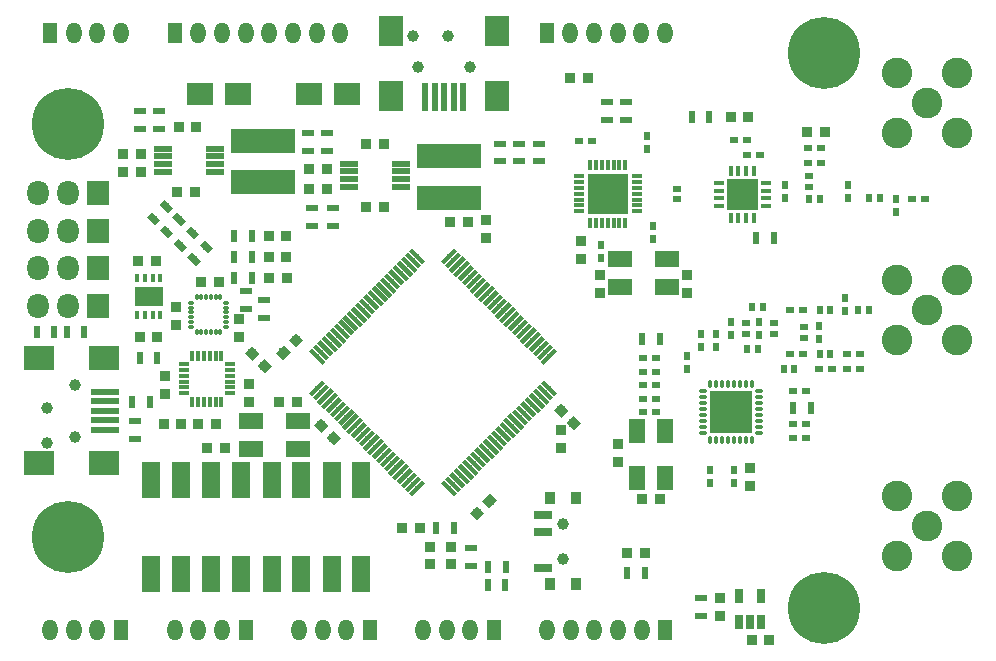
<source format=gts>
%TF.GenerationSoftware,KiCad,Pcbnew,no-vcs-found-2c23c4c~60~ubuntu14.04.1*%
%TF.CreationDate,2017-10-20T13:03:47+02:00*%
%TF.ProjectId,RCCAR_IF_Board_GPS,52434341525F49465F426F6172645F47,rev?*%
%TF.SameCoordinates,Original*%
%TF.FileFunction,Soldermask,Top*%
%TF.FilePolarity,Negative*%
%FSLAX46Y46*%
G04 Gerber Fmt 4.6, Leading zero omitted, Abs format (unit mm)*
G04 Created by KiCad (PCBNEW no-vcs-found-2c23c4c~60~ubuntu14.04.1) date Fri Oct 20 13:03:47 2017*
%MOMM*%
%LPD*%
G01*
G04 APERTURE LIST*
%ADD10O,0.301600X0.651600*%
%ADD11O,0.651600X0.301600*%
%ADD12C,6.101600*%
%ADD13O,0.351600X0.801600*%
%ADD14O,0.801600X0.351600*%
%ADD15R,1.826600X1.826600*%
%ADD16O,0.951600X0.401600*%
%ADD17O,0.401600X0.951600*%
%ADD18R,0.901600X0.851600*%
%ADD19C,0.851600*%
%ADD20C,0.100000*%
%ADD21R,0.851600X0.901600*%
%ADD22R,0.701600X0.601600*%
%ADD23R,0.601600X0.701600*%
%ADD24R,1.001600X0.601600*%
%ADD25R,0.701600X0.501600*%
%ADD26R,0.501600X0.701600*%
%ADD27R,0.601600X1.001600*%
%ADD28R,5.397500X2.100580*%
%ADD29R,1.300480X1.800860*%
%ADD30O,1.300480X1.800860*%
%ADD31R,1.828800X2.133600*%
%ADD32O,1.828800X2.133600*%
%ADD33C,0.601600*%
%ADD34C,0.381600*%
%ADD35R,1.776600X1.776600*%
%ADD36R,0.901600X0.451600*%
%ADD37R,0.451600X0.901600*%
%ADD38R,1.351600X1.351600*%
%ADD39R,1.551600X0.551600*%
%ADD40C,2.601600*%
%ADD41R,2.251600X1.901600*%
%ADD42R,0.899160X0.899160*%
%ADD43R,0.601980X2.402840*%
%ADD44R,2.100580X2.600960*%
%ADD45C,1.000760*%
%ADD46R,2.600960X2.100580*%
%ADD47R,2.402840X0.601980*%
%ADD48R,1.625600X3.101600*%
%ADD49R,1.301600X0.876600*%
%ADD50R,0.451600X0.751600*%
%ADD51C,1.001600*%
%ADD52R,0.901600X1.101600*%
%ADD53R,1.601600X0.801600*%
%ADD54R,0.751600X1.161600*%
%ADD55R,2.101600X1.401600*%
%ADD56R,1.401600X2.101600*%
G04 APERTURE END LIST*
D10*
%TO.C,U14*%
X119364000Y-99671000D03*
X118964000Y-99671000D03*
X118564000Y-99671000D03*
X118164000Y-99671000D03*
X117764000Y-99671000D03*
X117364000Y-99671000D03*
D11*
X116864000Y-99171000D03*
X116864000Y-98771000D03*
X116864000Y-98371000D03*
X116864000Y-97971000D03*
X116864000Y-97571000D03*
X116864000Y-97171000D03*
D10*
X117364000Y-96671000D03*
X117764000Y-96671000D03*
X118164000Y-96671000D03*
X118564000Y-96671000D03*
X118964000Y-96671000D03*
X119364000Y-96671000D03*
D11*
X119864000Y-97171000D03*
X119864000Y-97571000D03*
X119864000Y-97971000D03*
X119864000Y-98371000D03*
X119864000Y-98771000D03*
X119864000Y-99171000D03*
%TD*%
D12*
%TO.C,1PIN*%
X170500000Y-76000000D03*
%TD*%
%TO.C,1PIN*%
X106500000Y-82000000D03*
%TD*%
%TO.C,1PIN*%
X106500000Y-117000000D03*
%TD*%
%TO.C,1PIN*%
X170500000Y-123000000D03*
%TD*%
D13*
%TO.C,U4*%
X160838000Y-108813000D03*
X161338000Y-108813000D03*
X161838000Y-108813000D03*
X162338000Y-108813000D03*
X162838000Y-108813000D03*
X163338000Y-108813000D03*
X163838000Y-108813000D03*
X164338000Y-108813000D03*
D14*
X164988000Y-108163000D03*
X164988000Y-107663000D03*
X164988000Y-107163000D03*
X164988000Y-106663000D03*
X164988000Y-106163000D03*
X164988000Y-105663000D03*
X164988000Y-105163000D03*
X164988000Y-104663000D03*
D13*
X164338000Y-104013000D03*
X163838000Y-104013000D03*
X163338000Y-104013000D03*
X162838000Y-104013000D03*
X162338000Y-104013000D03*
X161838000Y-104013000D03*
X161338000Y-104013000D03*
X160838000Y-104013000D03*
D14*
X160188000Y-104663000D03*
X160188000Y-105163000D03*
X160188000Y-105663000D03*
X160188000Y-106163000D03*
X160188000Y-106663000D03*
X160188000Y-107163000D03*
X160188000Y-107663000D03*
X160188000Y-108163000D03*
D15*
X163450500Y-105550500D03*
X161725500Y-105550500D03*
X163450500Y-107275500D03*
X161725500Y-107275500D03*
%TD*%
D16*
%TO.C,U8*%
X116252000Y-102331000D03*
X116252000Y-102831000D03*
X116252000Y-103331000D03*
X116252000Y-103831000D03*
X116252000Y-104331000D03*
X116252000Y-104831000D03*
D17*
X116952000Y-105531000D03*
X117452000Y-105531000D03*
X117952000Y-105531000D03*
X118452000Y-105531000D03*
X118952000Y-105531000D03*
X119452000Y-105531000D03*
D16*
X120152000Y-104831000D03*
X120152000Y-104331000D03*
X120152000Y-103831000D03*
X120152000Y-103331000D03*
X120152000Y-102831000D03*
X120152000Y-102331000D03*
D17*
X119452000Y-101631000D03*
X118952000Y-101631000D03*
X118452000Y-101631000D03*
X117952000Y-101631000D03*
X117452000Y-101631000D03*
X116952000Y-101631000D03*
%TD*%
D18*
%TO.C,C1*%
X125857000Y-105537000D03*
X124357000Y-105537000D03*
%TD*%
D19*
%TO.C,C2*%
X149247330Y-107337330D03*
D20*
G36*
X149867180Y-107355008D02*
X149265008Y-107957180D01*
X148627480Y-107319652D01*
X149229652Y-106717480D01*
X149867180Y-107355008D01*
X149867180Y-107355008D01*
G37*
D19*
X148186670Y-106276670D03*
D20*
G36*
X148806520Y-106294348D02*
X148204348Y-106896520D01*
X147566820Y-106258992D01*
X148168992Y-105656820D01*
X148806520Y-106294348D01*
X148806520Y-106294348D01*
G37*
%TD*%
D21*
%TO.C,C3*%
X141859000Y-90182000D03*
X141859000Y-91682000D03*
%TD*%
D18*
%TO.C,C4*%
X119749000Y-109474000D03*
X118249000Y-109474000D03*
%TD*%
%TO.C,C5*%
X150471000Y-78105000D03*
X148971000Y-78105000D03*
%TD*%
D21*
%TO.C,C6*%
X137072715Y-117800274D03*
X137072715Y-119300274D03*
%TD*%
%TO.C,C7*%
X138868767Y-119300274D03*
X138868767Y-117800274D03*
%TD*%
D18*
%TO.C,C8*%
X136228059Y-116205000D03*
X134728059Y-116205000D03*
%TD*%
D19*
%TO.C,C9*%
X128927330Y-108607330D03*
D20*
G36*
X129547180Y-108625008D02*
X128945008Y-109227180D01*
X128307480Y-108589652D01*
X128909652Y-107987480D01*
X129547180Y-108625008D01*
X129547180Y-108625008D01*
G37*
D19*
X127866670Y-107546670D03*
D20*
G36*
X128486520Y-107564348D02*
X127884348Y-108166520D01*
X127246820Y-107528992D01*
X127848992Y-106926820D01*
X128486520Y-107564348D01*
X128486520Y-107564348D01*
G37*
%TD*%
D19*
%TO.C,C10*%
X125752330Y-100307670D03*
D20*
G36*
X125770008Y-99687820D02*
X126372180Y-100289992D01*
X125734652Y-100927520D01*
X125132480Y-100325348D01*
X125770008Y-99687820D01*
X125770008Y-99687820D01*
G37*
D19*
X124691670Y-101368330D03*
D20*
G36*
X124709348Y-100748480D02*
X125311520Y-101350652D01*
X124673992Y-101988180D01*
X124071820Y-101386008D01*
X124709348Y-100748480D01*
X124709348Y-100748480D01*
G37*
%TD*%
D18*
%TO.C,C11*%
X140323000Y-90297000D03*
X138823000Y-90297000D03*
%TD*%
D19*
%TO.C,C12*%
X141097000Y-114979660D03*
D20*
G36*
X141079322Y-115599510D02*
X140477150Y-114997338D01*
X141114678Y-114359810D01*
X141716850Y-114961982D01*
X141079322Y-115599510D01*
X141079322Y-115599510D01*
G37*
D19*
X142157660Y-113919000D03*
D20*
G36*
X142139982Y-114538850D02*
X141537810Y-113936678D01*
X142175338Y-113299150D01*
X142777510Y-113901322D01*
X142139982Y-114538850D01*
X142139982Y-114538850D01*
G37*
%TD*%
D22*
%TO.C,C13*%
X149754500Y-83439000D03*
X150854500Y-83439000D03*
%TD*%
D23*
%TO.C,C14*%
X151574500Y-93387000D03*
X151574500Y-92287000D03*
%TD*%
%TO.C,C15*%
X155956000Y-91736000D03*
X155956000Y-90636000D03*
%TD*%
D21*
%TO.C,C16*%
X151511000Y-96317500D03*
X151511000Y-94817500D03*
%TD*%
D23*
%TO.C,C17*%
X155511500Y-83079500D03*
X155511500Y-84179500D03*
%TD*%
D21*
%TO.C,C18*%
X158877000Y-94817500D03*
X158877000Y-96317500D03*
%TD*%
%TO.C,C19*%
X149860000Y-93460000D03*
X149860000Y-91960000D03*
%TD*%
D18*
%TO.C,C20*%
X170549000Y-82677000D03*
X169049000Y-82677000D03*
%TD*%
D22*
%TO.C,C21*%
X170222000Y-84074000D03*
X169122000Y-84074000D03*
%TD*%
%TO.C,C22*%
X170222000Y-85344000D03*
X169122000Y-85344000D03*
%TD*%
D23*
%TO.C,C23*%
X167132000Y-87207000D03*
X167132000Y-88307000D03*
%TD*%
%TO.C,C24*%
X172466000Y-87207000D03*
X172466000Y-88307000D03*
%TD*%
D22*
%TO.C,C25*%
X177885000Y-88392000D03*
X178985000Y-88392000D03*
%TD*%
D23*
%TO.C,C26*%
X176530000Y-89450000D03*
X176530000Y-88350000D03*
%TD*%
%TO.C,C27*%
X160782000Y-111337000D03*
X160782000Y-112437000D03*
%TD*%
%TO.C,C28*%
X162814000Y-111337000D03*
X162814000Y-112437000D03*
%TD*%
D21*
%TO.C,C29*%
X164211000Y-112637000D03*
X164211000Y-111137000D03*
%TD*%
%TO.C,C30*%
X153035000Y-110605000D03*
X153035000Y-109105000D03*
%TD*%
D18*
%TO.C,C31*%
X155079000Y-113792000D03*
X156579000Y-113792000D03*
%TD*%
D22*
%TO.C,C32*%
X155152000Y-106426000D03*
X156252000Y-106426000D03*
%TD*%
%TO.C,C33*%
X167852000Y-108648500D03*
X168952000Y-108648500D03*
%TD*%
%TO.C,C34*%
X155152000Y-104140000D03*
X156252000Y-104140000D03*
%TD*%
%TO.C,C35*%
X167852000Y-107442000D03*
X168952000Y-107442000D03*
%TD*%
%TO.C,C36*%
X156252000Y-105283000D03*
X155152000Y-105283000D03*
%TD*%
%TO.C,C37*%
X167852000Y-104648000D03*
X168952000Y-104648000D03*
%TD*%
%TO.C,C38*%
X156252000Y-101854000D03*
X155152000Y-101854000D03*
%TD*%
%TO.C,C39*%
X156252000Y-102997000D03*
X155152000Y-102997000D03*
%TD*%
D23*
%TO.C,C40*%
X158877000Y-102785000D03*
X158877000Y-101685000D03*
%TD*%
%TO.C,C41*%
X160020000Y-100880000D03*
X160020000Y-99780000D03*
%TD*%
D22*
%TO.C,C42*%
X172424000Y-101473000D03*
X173524000Y-101473000D03*
%TD*%
D23*
%TO.C,C43*%
X161290000Y-100880000D03*
X161290000Y-99780000D03*
%TD*%
D22*
%TO.C,C44*%
X168698000Y-101473000D03*
X167598000Y-101473000D03*
%TD*%
%TO.C,C45*%
X170011000Y-102743000D03*
X171111000Y-102743000D03*
%TD*%
%TO.C,C46*%
X172424000Y-102743000D03*
X173524000Y-102743000D03*
%TD*%
D23*
%TO.C,C47*%
X170053000Y-99145000D03*
X170053000Y-100245000D03*
%TD*%
%TO.C,C48*%
X164973000Y-98764000D03*
X164973000Y-99864000D03*
%TD*%
%TO.C,C49*%
X162560000Y-98764000D03*
X162560000Y-99864000D03*
%TD*%
D22*
%TO.C,C50*%
X167598000Y-97790000D03*
X168698000Y-97790000D03*
%TD*%
D23*
%TO.C,C51*%
X172212000Y-97832000D03*
X172212000Y-96732000D03*
%TD*%
D18*
%TO.C,C52*%
X112637000Y-86106000D03*
X111137000Y-86106000D03*
%TD*%
%TO.C,C53*%
X112637000Y-84582000D03*
X111137000Y-84582000D03*
%TD*%
%TO.C,C54*%
X115709000Y-87757000D03*
X117209000Y-87757000D03*
%TD*%
%TO.C,C55*%
X117336000Y-82296000D03*
X115836000Y-82296000D03*
%TD*%
%TO.C,C57*%
X128385000Y-87503000D03*
X126885000Y-87503000D03*
%TD*%
%TO.C,C58*%
X128385000Y-85852000D03*
X126885000Y-85852000D03*
%TD*%
%TO.C,C59*%
X131711000Y-89027000D03*
X133211000Y-89027000D03*
%TD*%
%TO.C,C60*%
X133211000Y-83693000D03*
X131711000Y-83693000D03*
%TD*%
D21*
%TO.C,C61*%
X161671000Y-122186000D03*
X161671000Y-123686000D03*
%TD*%
D18*
%TO.C,C62*%
X165850000Y-125730000D03*
X164350000Y-125730000D03*
%TD*%
%TO.C,C63*%
X112532197Y-100071004D03*
X114032197Y-100071004D03*
%TD*%
%TO.C,C64*%
X118987000Y-107442000D03*
X117487000Y-107442000D03*
%TD*%
D19*
%TO.C,C65*%
X122024670Y-101450670D03*
D20*
G36*
X121404820Y-101432992D02*
X122006992Y-100830820D01*
X122644520Y-101468348D01*
X122042348Y-102070520D01*
X121404820Y-101432992D01*
X121404820Y-101432992D01*
G37*
D19*
X123085330Y-102511330D03*
D20*
G36*
X122465480Y-102493652D02*
X123067652Y-101891480D01*
X123705180Y-102529008D01*
X123103008Y-103131180D01*
X122465480Y-102493652D01*
X122465480Y-102493652D01*
G37*
%TD*%
D21*
%TO.C,C66*%
X114681000Y-104890000D03*
X114681000Y-103390000D03*
%TD*%
D18*
%TO.C,C67*%
X114566000Y-107442000D03*
X116066000Y-107442000D03*
%TD*%
D21*
%TO.C,C68*%
X121793000Y-104025000D03*
X121793000Y-105525000D03*
%TD*%
D24*
%TO.C,L1*%
X140575015Y-119421656D03*
X140575015Y-117921656D03*
%TD*%
D25*
%TO.C,L2*%
X169164000Y-87318000D03*
X169164000Y-86418000D03*
%TD*%
D26*
%TO.C,L3*%
X169222000Y-88392000D03*
X170122000Y-88392000D03*
%TD*%
%TO.C,L4*%
X174302000Y-88265000D03*
X175202000Y-88265000D03*
%TD*%
%TO.C,L5*%
X167063000Y-102743000D03*
X167963000Y-102743000D03*
%TD*%
%TO.C,L6*%
X163946000Y-101092000D03*
X164846000Y-101092000D03*
%TD*%
D25*
%TO.C,L7*%
X168783000Y-99245000D03*
X168783000Y-100145000D03*
%TD*%
D27*
%TO.C,L8*%
X156591000Y-100203000D03*
X155091000Y-100203000D03*
%TD*%
D25*
%TO.C,L9*%
X163830000Y-98864000D03*
X163830000Y-99764000D03*
%TD*%
%TO.C,L10*%
X166243000Y-98864000D03*
X166243000Y-99764000D03*
%TD*%
D26*
%TO.C,L11*%
X171011000Y-97790000D03*
X170111000Y-97790000D03*
%TD*%
%TO.C,L12*%
X164396000Y-97536000D03*
X165296000Y-97536000D03*
%TD*%
%TO.C,L13*%
X174249500Y-97790000D03*
X173349500Y-97790000D03*
%TD*%
D28*
%TO.C,L14*%
X122936000Y-83469480D03*
X122936000Y-86964520D03*
%TD*%
D25*
%TO.C,L15*%
X157988000Y-87492000D03*
X157988000Y-88392000D03*
%TD*%
D28*
%TO.C,L16*%
X138684000Y-84752480D03*
X138684000Y-88247520D03*
%TD*%
D29*
%TO.C,P1*%
X104932480Y-74295000D03*
D30*
X108935520Y-74295000D03*
X106934000Y-74295000D03*
X110934500Y-74295000D03*
%TD*%
D29*
%TO.C,P3*%
X142527020Y-124841000D03*
D30*
X138523980Y-124841000D03*
X140525500Y-124841000D03*
X136525000Y-124841000D03*
%TD*%
D29*
%TO.C,P4*%
X132034280Y-124841000D03*
D30*
X128031240Y-124841000D03*
X130032760Y-124841000D03*
X126032260Y-124841000D03*
%TD*%
%TO.C,P5*%
X127508000Y-74295000D03*
X125509020Y-74295000D03*
X123507500Y-74295000D03*
D29*
X115501420Y-74295000D03*
D30*
X119504460Y-74295000D03*
X117502940Y-74295000D03*
X121503440Y-74295000D03*
X129506980Y-74295000D03*
%TD*%
D29*
%TO.C,P6*%
X146994940Y-74295000D03*
D30*
X150997980Y-74295000D03*
X148996460Y-74295000D03*
X152996960Y-74295000D03*
X154998480Y-74295000D03*
X157000000Y-74295000D03*
%TD*%
D29*
%TO.C,P7*%
X157038040Y-124841000D03*
D30*
X153035000Y-124841000D03*
X155036520Y-124841000D03*
X151036020Y-124841000D03*
X149034500Y-124841000D03*
X147032980Y-124841000D03*
%TD*%
D29*
%TO.C,P8*%
X121493280Y-124841000D03*
D30*
X117490240Y-124841000D03*
X119491760Y-124841000D03*
X115491260Y-124841000D03*
%TD*%
D29*
%TO.C,P9*%
X110952280Y-124841000D03*
D30*
X106949240Y-124841000D03*
X108950760Y-124841000D03*
X104950260Y-124841000D03*
%TD*%
D31*
%TO.C,P11*%
X108984000Y-97409000D03*
D32*
X106444000Y-97409000D03*
X103904000Y-97409000D03*
%TD*%
D31*
%TO.C,P12*%
X108984000Y-94234000D03*
D32*
X106444000Y-94234000D03*
X103904000Y-94234000D03*
%TD*%
D31*
%TO.C,P14*%
X108984000Y-91059000D03*
D32*
X106444000Y-91059000D03*
X103904000Y-91059000D03*
%TD*%
D27*
%TO.C,R1*%
X122023000Y-93281500D03*
X120523000Y-93281500D03*
%TD*%
%TO.C,R2*%
X122023000Y-95059500D03*
X120523000Y-95059500D03*
%TD*%
%TO.C,R3*%
X139101741Y-116215408D03*
X137601741Y-116215408D03*
%TD*%
D24*
%TO.C,R4*%
X152082500Y-80149000D03*
X152082500Y-81649000D03*
%TD*%
%TO.C,R5*%
X153733500Y-81649000D03*
X153733500Y-80149000D03*
%TD*%
%TO.C,R6*%
X160020000Y-122186000D03*
X160020000Y-123686000D03*
%TD*%
D27*
%TO.C,R7*%
X111899000Y-105537000D03*
X113399000Y-105537000D03*
%TD*%
%TO.C,R8*%
X164731000Y-91694000D03*
X166231000Y-91694000D03*
%TD*%
D24*
%TO.C,R9*%
X112141000Y-107200000D03*
X112141000Y-108700000D03*
%TD*%
D27*
%TO.C,R10*%
X155309000Y-120015000D03*
X153809000Y-120015000D03*
%TD*%
%TO.C,R11*%
X167842500Y-106045000D03*
X169342500Y-106045000D03*
%TD*%
D26*
%TO.C,R12*%
X170111000Y-101473000D03*
X171011000Y-101473000D03*
%TD*%
D24*
%TO.C,R13*%
X112522000Y-82411000D03*
X112522000Y-80911000D03*
%TD*%
%TO.C,R14*%
X114173000Y-80911000D03*
X114173000Y-82411000D03*
%TD*%
D27*
%TO.C,R15*%
X105301000Y-99648000D03*
X103801000Y-99648000D03*
%TD*%
%TO.C,R16*%
X107841000Y-99648000D03*
X106341000Y-99648000D03*
%TD*%
D33*
%TO.C,R17*%
X114784030Y-91120055D03*
D20*
G36*
X114925451Y-91686872D02*
X114217213Y-90978634D01*
X114642609Y-90553238D01*
X115350847Y-91261476D01*
X114925451Y-91686872D01*
X114925451Y-91686872D01*
G37*
D33*
X115844690Y-90059395D03*
D20*
G36*
X115986111Y-90626212D02*
X115277873Y-89917974D01*
X115703269Y-89492578D01*
X116411507Y-90200816D01*
X115986111Y-90626212D01*
X115986111Y-90626212D01*
G37*
%TD*%
D33*
%TO.C,R18*%
X113706399Y-90042424D03*
D20*
G36*
X113847820Y-90609241D02*
X113139582Y-89901003D01*
X113564978Y-89475607D01*
X114273216Y-90183845D01*
X113847820Y-90609241D01*
X113847820Y-90609241D01*
G37*
D33*
X114767059Y-88981764D03*
D20*
G36*
X114908480Y-89548581D02*
X114200242Y-88840343D01*
X114625638Y-88414947D01*
X115333876Y-89123185D01*
X114908480Y-89548581D01*
X114908480Y-89548581D01*
G37*
%TD*%
D27*
%TO.C,R19*%
X114032196Y-101849004D03*
X112532196Y-101849004D03*
%TD*%
D24*
%TO.C,R21*%
X146304000Y-85189000D03*
X146304000Y-83689000D03*
%TD*%
%TO.C,R22*%
X144653000Y-85177000D03*
X144653000Y-83677000D03*
%TD*%
%TO.C,R23*%
X143002000Y-85177000D03*
X143002000Y-83677000D03*
%TD*%
D27*
%TO.C,R24*%
X143510000Y-119507000D03*
X142010000Y-119507000D03*
%TD*%
%TO.C,R25*%
X143498000Y-121031000D03*
X141998000Y-121031000D03*
%TD*%
D24*
%TO.C,R26*%
X121539000Y-97651000D03*
X121539000Y-96151000D03*
%TD*%
%TO.C,R27*%
X123063000Y-98413000D03*
X123063000Y-96913000D03*
%TD*%
%TO.C,R28*%
X127127000Y-89166000D03*
X127127000Y-90666000D03*
%TD*%
%TO.C,R29*%
X128905000Y-89166000D03*
X128905000Y-90666000D03*
%TD*%
%TO.C,R30*%
X128397000Y-84316000D03*
X128397000Y-82816000D03*
%TD*%
%TO.C,R31*%
X126746000Y-82816000D03*
X126746000Y-84316000D03*
%TD*%
D34*
%TO.C,U1*%
X127542412Y-104387020D03*
D20*
G36*
X127111077Y-105088187D02*
X126841245Y-104818355D01*
X127973747Y-103685853D01*
X128243579Y-103955685D01*
X127111077Y-105088187D01*
X127111077Y-105088187D01*
G37*
D34*
X127895965Y-104740573D03*
D20*
G36*
X127464630Y-105441740D02*
X127194798Y-105171908D01*
X128327300Y-104039406D01*
X128597132Y-104309238D01*
X127464630Y-105441740D01*
X127464630Y-105441740D01*
G37*
D34*
X128249519Y-105094127D03*
D20*
G36*
X127818184Y-105795294D02*
X127548352Y-105525462D01*
X128680854Y-104392960D01*
X128950686Y-104662792D01*
X127818184Y-105795294D01*
X127818184Y-105795294D01*
G37*
D34*
X128603072Y-105447680D03*
D20*
G36*
X128171737Y-106148847D02*
X127901905Y-105879015D01*
X129034407Y-104746513D01*
X129304239Y-105016345D01*
X128171737Y-106148847D01*
X128171737Y-106148847D01*
G37*
D34*
X128956625Y-105801233D03*
D20*
G36*
X128525290Y-106502400D02*
X128255458Y-106232568D01*
X129387960Y-105100066D01*
X129657792Y-105369898D01*
X128525290Y-106502400D01*
X128525290Y-106502400D01*
G37*
D34*
X129310179Y-106154787D03*
D20*
G36*
X128878844Y-106855954D02*
X128609012Y-106586122D01*
X129741514Y-105453620D01*
X130011346Y-105723452D01*
X128878844Y-106855954D01*
X128878844Y-106855954D01*
G37*
D34*
X129663732Y-106508340D03*
D20*
G36*
X129232397Y-107209507D02*
X128962565Y-106939675D01*
X130095067Y-105807173D01*
X130364899Y-106077005D01*
X129232397Y-107209507D01*
X129232397Y-107209507D01*
G37*
D34*
X130017285Y-106861894D03*
D20*
G36*
X129585950Y-107563061D02*
X129316118Y-107293229D01*
X130448620Y-106160727D01*
X130718452Y-106430559D01*
X129585950Y-107563061D01*
X129585950Y-107563061D01*
G37*
D34*
X130370839Y-107215447D03*
D20*
G36*
X129939504Y-107916614D02*
X129669672Y-107646782D01*
X130802174Y-106514280D01*
X131072006Y-106784112D01*
X129939504Y-107916614D01*
X129939504Y-107916614D01*
G37*
D34*
X130724392Y-107569000D03*
D20*
G36*
X130293057Y-108270167D02*
X130023225Y-108000335D01*
X131155727Y-106867833D01*
X131425559Y-107137665D01*
X130293057Y-108270167D01*
X130293057Y-108270167D01*
G37*
D34*
X131077946Y-107922554D03*
D20*
G36*
X130646611Y-108623721D02*
X130376779Y-108353889D01*
X131509281Y-107221387D01*
X131779113Y-107491219D01*
X130646611Y-108623721D01*
X130646611Y-108623721D01*
G37*
D34*
X131431499Y-108276107D03*
D20*
G36*
X131000164Y-108977274D02*
X130730332Y-108707442D01*
X131862834Y-107574940D01*
X132132666Y-107844772D01*
X131000164Y-108977274D01*
X131000164Y-108977274D01*
G37*
D34*
X131785052Y-108629661D03*
D20*
G36*
X131353717Y-109330828D02*
X131083885Y-109060996D01*
X132216387Y-107928494D01*
X132486219Y-108198326D01*
X131353717Y-109330828D01*
X131353717Y-109330828D01*
G37*
D34*
X132138606Y-108983214D03*
D20*
G36*
X131707271Y-109684381D02*
X131437439Y-109414549D01*
X132569941Y-108282047D01*
X132839773Y-108551879D01*
X131707271Y-109684381D01*
X131707271Y-109684381D01*
G37*
D34*
X132492159Y-109336767D03*
D20*
G36*
X132060824Y-110037934D02*
X131790992Y-109768102D01*
X132923494Y-108635600D01*
X133193326Y-108905432D01*
X132060824Y-110037934D01*
X132060824Y-110037934D01*
G37*
D34*
X132845713Y-109690321D03*
D20*
G36*
X132414378Y-110391488D02*
X132144546Y-110121656D01*
X133277048Y-108989154D01*
X133546880Y-109258986D01*
X132414378Y-110391488D01*
X132414378Y-110391488D01*
G37*
D34*
X133199266Y-110043874D03*
D20*
G36*
X132767931Y-110745041D02*
X132498099Y-110475209D01*
X133630601Y-109342707D01*
X133900433Y-109612539D01*
X132767931Y-110745041D01*
X132767931Y-110745041D01*
G37*
D34*
X133552819Y-110397428D03*
D20*
G36*
X133121484Y-111098595D02*
X132851652Y-110828763D01*
X133984154Y-109696261D01*
X134253986Y-109966093D01*
X133121484Y-111098595D01*
X133121484Y-111098595D01*
G37*
D34*
X133906373Y-110750981D03*
D20*
G36*
X133475038Y-111452148D02*
X133205206Y-111182316D01*
X134337708Y-110049814D01*
X134607540Y-110319646D01*
X133475038Y-111452148D01*
X133475038Y-111452148D01*
G37*
D34*
X134259926Y-111104534D03*
D20*
G36*
X133828591Y-111805701D02*
X133558759Y-111535869D01*
X134691261Y-110403367D01*
X134961093Y-110673199D01*
X133828591Y-111805701D01*
X133828591Y-111805701D01*
G37*
D34*
X134613480Y-111458088D03*
D20*
G36*
X134182145Y-112159255D02*
X133912313Y-111889423D01*
X135044815Y-110756921D01*
X135314647Y-111026753D01*
X134182145Y-112159255D01*
X134182145Y-112159255D01*
G37*
D34*
X134967033Y-111811641D03*
D20*
G36*
X134535698Y-112512808D02*
X134265866Y-112242976D01*
X135398368Y-111110474D01*
X135668200Y-111380306D01*
X134535698Y-112512808D01*
X134535698Y-112512808D01*
G37*
D34*
X135320586Y-112165194D03*
D20*
G36*
X134889251Y-112866361D02*
X134619419Y-112596529D01*
X135751921Y-111464027D01*
X136021753Y-111733859D01*
X134889251Y-112866361D01*
X134889251Y-112866361D01*
G37*
D34*
X135674140Y-112518748D03*
D20*
G36*
X135242805Y-113219915D02*
X134972973Y-112950083D01*
X136105475Y-111817581D01*
X136375307Y-112087413D01*
X135242805Y-113219915D01*
X135242805Y-113219915D01*
G37*
D34*
X136027693Y-112872301D03*
D20*
G36*
X135596358Y-113573468D02*
X135326526Y-113303636D01*
X136459028Y-112171134D01*
X136728860Y-112440966D01*
X135596358Y-113573468D01*
X135596358Y-113573468D01*
G37*
D34*
X138714699Y-112872301D03*
D20*
G36*
X139415866Y-113303636D02*
X139146034Y-113573468D01*
X138013532Y-112440966D01*
X138283364Y-112171134D01*
X139415866Y-113303636D01*
X139415866Y-113303636D01*
G37*
D34*
X139068252Y-112518748D03*
D20*
G36*
X139769419Y-112950083D02*
X139499587Y-113219915D01*
X138367085Y-112087413D01*
X138636917Y-111817581D01*
X139769419Y-112950083D01*
X139769419Y-112950083D01*
G37*
D34*
X139421806Y-112165194D03*
D20*
G36*
X140122973Y-112596529D02*
X139853141Y-112866361D01*
X138720639Y-111733859D01*
X138990471Y-111464027D01*
X140122973Y-112596529D01*
X140122973Y-112596529D01*
G37*
D34*
X139775359Y-111811641D03*
D20*
G36*
X140476526Y-112242976D02*
X140206694Y-112512808D01*
X139074192Y-111380306D01*
X139344024Y-111110474D01*
X140476526Y-112242976D01*
X140476526Y-112242976D01*
G37*
D34*
X140128912Y-111458088D03*
D20*
G36*
X140830079Y-111889423D02*
X140560247Y-112159255D01*
X139427745Y-111026753D01*
X139697577Y-110756921D01*
X140830079Y-111889423D01*
X140830079Y-111889423D01*
G37*
D34*
X140482466Y-111104534D03*
D20*
G36*
X141183633Y-111535869D02*
X140913801Y-111805701D01*
X139781299Y-110673199D01*
X140051131Y-110403367D01*
X141183633Y-111535869D01*
X141183633Y-111535869D01*
G37*
D34*
X140836019Y-110750981D03*
D20*
G36*
X141537186Y-111182316D02*
X141267354Y-111452148D01*
X140134852Y-110319646D01*
X140404684Y-110049814D01*
X141537186Y-111182316D01*
X141537186Y-111182316D01*
G37*
D34*
X141189573Y-110397428D03*
D20*
G36*
X141890740Y-110828763D02*
X141620908Y-111098595D01*
X140488406Y-109966093D01*
X140758238Y-109696261D01*
X141890740Y-110828763D01*
X141890740Y-110828763D01*
G37*
D34*
X141543126Y-110043874D03*
D20*
G36*
X142244293Y-110475209D02*
X141974461Y-110745041D01*
X140841959Y-109612539D01*
X141111791Y-109342707D01*
X142244293Y-110475209D01*
X142244293Y-110475209D01*
G37*
D34*
X141896679Y-109690321D03*
D20*
G36*
X142597846Y-110121656D02*
X142328014Y-110391488D01*
X141195512Y-109258986D01*
X141465344Y-108989154D01*
X142597846Y-110121656D01*
X142597846Y-110121656D01*
G37*
D34*
X142250233Y-109336767D03*
D20*
G36*
X142951400Y-109768102D02*
X142681568Y-110037934D01*
X141549066Y-108905432D01*
X141818898Y-108635600D01*
X142951400Y-109768102D01*
X142951400Y-109768102D01*
G37*
D34*
X142603786Y-108983214D03*
D20*
G36*
X143304953Y-109414549D02*
X143035121Y-109684381D01*
X141902619Y-108551879D01*
X142172451Y-108282047D01*
X143304953Y-109414549D01*
X143304953Y-109414549D01*
G37*
D34*
X142957340Y-108629661D03*
D20*
G36*
X143658507Y-109060996D02*
X143388675Y-109330828D01*
X142256173Y-108198326D01*
X142526005Y-107928494D01*
X143658507Y-109060996D01*
X143658507Y-109060996D01*
G37*
D34*
X143310893Y-108276107D03*
D20*
G36*
X144012060Y-108707442D02*
X143742228Y-108977274D01*
X142609726Y-107844772D01*
X142879558Y-107574940D01*
X144012060Y-108707442D01*
X144012060Y-108707442D01*
G37*
D34*
X143664446Y-107922554D03*
D20*
G36*
X144365613Y-108353889D02*
X144095781Y-108623721D01*
X142963279Y-107491219D01*
X143233111Y-107221387D01*
X144365613Y-108353889D01*
X144365613Y-108353889D01*
G37*
D34*
X144018000Y-107569000D03*
D20*
G36*
X144719167Y-108000335D02*
X144449335Y-108270167D01*
X143316833Y-107137665D01*
X143586665Y-106867833D01*
X144719167Y-108000335D01*
X144719167Y-108000335D01*
G37*
D34*
X144371553Y-107215447D03*
D20*
G36*
X145072720Y-107646782D02*
X144802888Y-107916614D01*
X143670386Y-106784112D01*
X143940218Y-106514280D01*
X145072720Y-107646782D01*
X145072720Y-107646782D01*
G37*
D34*
X144725107Y-106861894D03*
D20*
G36*
X145426274Y-107293229D02*
X145156442Y-107563061D01*
X144023940Y-106430559D01*
X144293772Y-106160727D01*
X145426274Y-107293229D01*
X145426274Y-107293229D01*
G37*
D34*
X145078660Y-106508340D03*
D20*
G36*
X145779827Y-106939675D02*
X145509995Y-107209507D01*
X144377493Y-106077005D01*
X144647325Y-105807173D01*
X145779827Y-106939675D01*
X145779827Y-106939675D01*
G37*
D34*
X145432213Y-106154787D03*
D20*
G36*
X146133380Y-106586122D02*
X145863548Y-106855954D01*
X144731046Y-105723452D01*
X145000878Y-105453620D01*
X146133380Y-106586122D01*
X146133380Y-106586122D01*
G37*
D34*
X145785767Y-105801233D03*
D20*
G36*
X146486934Y-106232568D02*
X146217102Y-106502400D01*
X145084600Y-105369898D01*
X145354432Y-105100066D01*
X146486934Y-106232568D01*
X146486934Y-106232568D01*
G37*
D34*
X146139320Y-105447680D03*
D20*
G36*
X146840487Y-105879015D02*
X146570655Y-106148847D01*
X145438153Y-105016345D01*
X145707985Y-104746513D01*
X146840487Y-105879015D01*
X146840487Y-105879015D01*
G37*
D34*
X146492873Y-105094127D03*
D20*
G36*
X147194040Y-105525462D02*
X146924208Y-105795294D01*
X145791706Y-104662792D01*
X146061538Y-104392960D01*
X147194040Y-105525462D01*
X147194040Y-105525462D01*
G37*
D34*
X146846427Y-104740573D03*
D20*
G36*
X147547594Y-105171908D02*
X147277762Y-105441740D01*
X146145260Y-104309238D01*
X146415092Y-104039406D01*
X147547594Y-105171908D01*
X147547594Y-105171908D01*
G37*
D34*
X147199980Y-104387020D03*
D20*
G36*
X147901147Y-104818355D02*
X147631315Y-105088187D01*
X146498813Y-103955685D01*
X146768645Y-103685853D01*
X147901147Y-104818355D01*
X147901147Y-104818355D01*
G37*
D34*
X147199980Y-101700014D03*
D20*
G36*
X146768645Y-102401181D02*
X146498813Y-102131349D01*
X147631315Y-100998847D01*
X147901147Y-101268679D01*
X146768645Y-102401181D01*
X146768645Y-102401181D01*
G37*
D34*
X146846427Y-101346461D03*
D20*
G36*
X146415092Y-102047628D02*
X146145260Y-101777796D01*
X147277762Y-100645294D01*
X147547594Y-100915126D01*
X146415092Y-102047628D01*
X146415092Y-102047628D01*
G37*
D34*
X146492873Y-100992907D03*
D20*
G36*
X146061538Y-101694074D02*
X145791706Y-101424242D01*
X146924208Y-100291740D01*
X147194040Y-100561572D01*
X146061538Y-101694074D01*
X146061538Y-101694074D01*
G37*
D34*
X146139320Y-100639354D03*
D20*
G36*
X145707985Y-101340521D02*
X145438153Y-101070689D01*
X146570655Y-99938187D01*
X146840487Y-100208019D01*
X145707985Y-101340521D01*
X145707985Y-101340521D01*
G37*
D34*
X145785767Y-100285801D03*
D20*
G36*
X145354432Y-100986968D02*
X145084600Y-100717136D01*
X146217102Y-99584634D01*
X146486934Y-99854466D01*
X145354432Y-100986968D01*
X145354432Y-100986968D01*
G37*
D34*
X145432213Y-99932247D03*
D20*
G36*
X145000878Y-100633414D02*
X144731046Y-100363582D01*
X145863548Y-99231080D01*
X146133380Y-99500912D01*
X145000878Y-100633414D01*
X145000878Y-100633414D01*
G37*
D34*
X145078660Y-99578694D03*
D20*
G36*
X144647325Y-100279861D02*
X144377493Y-100010029D01*
X145509995Y-98877527D01*
X145779827Y-99147359D01*
X144647325Y-100279861D01*
X144647325Y-100279861D01*
G37*
D34*
X144725107Y-99225140D03*
D20*
G36*
X144293772Y-99926307D02*
X144023940Y-99656475D01*
X145156442Y-98523973D01*
X145426274Y-98793805D01*
X144293772Y-99926307D01*
X144293772Y-99926307D01*
G37*
D34*
X144371553Y-98871587D03*
D20*
G36*
X143940218Y-99572754D02*
X143670386Y-99302922D01*
X144802888Y-98170420D01*
X145072720Y-98440252D01*
X143940218Y-99572754D01*
X143940218Y-99572754D01*
G37*
D34*
X144018000Y-98518034D03*
D20*
G36*
X143586665Y-99219201D02*
X143316833Y-98949369D01*
X144449335Y-97816867D01*
X144719167Y-98086699D01*
X143586665Y-99219201D01*
X143586665Y-99219201D01*
G37*
D34*
X143664446Y-98164480D03*
D20*
G36*
X143233111Y-98865647D02*
X142963279Y-98595815D01*
X144095781Y-97463313D01*
X144365613Y-97733145D01*
X143233111Y-98865647D01*
X143233111Y-98865647D01*
G37*
D34*
X143310893Y-97810927D03*
D20*
G36*
X142879558Y-98512094D02*
X142609726Y-98242262D01*
X143742228Y-97109760D01*
X144012060Y-97379592D01*
X142879558Y-98512094D01*
X142879558Y-98512094D01*
G37*
D34*
X142957340Y-97457373D03*
D20*
G36*
X142526005Y-98158540D02*
X142256173Y-97888708D01*
X143388675Y-96756206D01*
X143658507Y-97026038D01*
X142526005Y-98158540D01*
X142526005Y-98158540D01*
G37*
D34*
X142603786Y-97103820D03*
D20*
G36*
X142172451Y-97804987D02*
X141902619Y-97535155D01*
X143035121Y-96402653D01*
X143304953Y-96672485D01*
X142172451Y-97804987D01*
X142172451Y-97804987D01*
G37*
D34*
X142250233Y-96750267D03*
D20*
G36*
X141818898Y-97451434D02*
X141549066Y-97181602D01*
X142681568Y-96049100D01*
X142951400Y-96318932D01*
X141818898Y-97451434D01*
X141818898Y-97451434D01*
G37*
D34*
X141896679Y-96396713D03*
D20*
G36*
X141465344Y-97097880D02*
X141195512Y-96828048D01*
X142328014Y-95695546D01*
X142597846Y-95965378D01*
X141465344Y-97097880D01*
X141465344Y-97097880D01*
G37*
D34*
X141543126Y-96043160D03*
D20*
G36*
X141111791Y-96744327D02*
X140841959Y-96474495D01*
X141974461Y-95341993D01*
X142244293Y-95611825D01*
X141111791Y-96744327D01*
X141111791Y-96744327D01*
G37*
D34*
X141189573Y-95689606D03*
D20*
G36*
X140758238Y-96390773D02*
X140488406Y-96120941D01*
X141620908Y-94988439D01*
X141890740Y-95258271D01*
X140758238Y-96390773D01*
X140758238Y-96390773D01*
G37*
D34*
X140836019Y-95336053D03*
D20*
G36*
X140404684Y-96037220D02*
X140134852Y-95767388D01*
X141267354Y-94634886D01*
X141537186Y-94904718D01*
X140404684Y-96037220D01*
X140404684Y-96037220D01*
G37*
D34*
X140482466Y-94982500D03*
D20*
G36*
X140051131Y-95683667D02*
X139781299Y-95413835D01*
X140913801Y-94281333D01*
X141183633Y-94551165D01*
X140051131Y-95683667D01*
X140051131Y-95683667D01*
G37*
D34*
X140128912Y-94628946D03*
D20*
G36*
X139697577Y-95330113D02*
X139427745Y-95060281D01*
X140560247Y-93927779D01*
X140830079Y-94197611D01*
X139697577Y-95330113D01*
X139697577Y-95330113D01*
G37*
D34*
X139775359Y-94275393D03*
D20*
G36*
X139344024Y-94976560D02*
X139074192Y-94706728D01*
X140206694Y-93574226D01*
X140476526Y-93844058D01*
X139344024Y-94976560D01*
X139344024Y-94976560D01*
G37*
D34*
X139421806Y-93921840D03*
D20*
G36*
X138990471Y-94623007D02*
X138720639Y-94353175D01*
X139853141Y-93220673D01*
X140122973Y-93490505D01*
X138990471Y-94623007D01*
X138990471Y-94623007D01*
G37*
D34*
X139068252Y-93568286D03*
D20*
G36*
X138636917Y-94269453D02*
X138367085Y-93999621D01*
X139499587Y-92867119D01*
X139769419Y-93136951D01*
X138636917Y-94269453D01*
X138636917Y-94269453D01*
G37*
D34*
X138714699Y-93214733D03*
D20*
G36*
X138283364Y-93915900D02*
X138013532Y-93646068D01*
X139146034Y-92513566D01*
X139415866Y-92783398D01*
X138283364Y-93915900D01*
X138283364Y-93915900D01*
G37*
D34*
X136027693Y-93214733D03*
D20*
G36*
X136728860Y-93646068D02*
X136459028Y-93915900D01*
X135326526Y-92783398D01*
X135596358Y-92513566D01*
X136728860Y-93646068D01*
X136728860Y-93646068D01*
G37*
D34*
X135674140Y-93568286D03*
D20*
G36*
X136375307Y-93999621D02*
X136105475Y-94269453D01*
X134972973Y-93136951D01*
X135242805Y-92867119D01*
X136375307Y-93999621D01*
X136375307Y-93999621D01*
G37*
D34*
X135320586Y-93921840D03*
D20*
G36*
X136021753Y-94353175D02*
X135751921Y-94623007D01*
X134619419Y-93490505D01*
X134889251Y-93220673D01*
X136021753Y-94353175D01*
X136021753Y-94353175D01*
G37*
D34*
X134967033Y-94275393D03*
D20*
G36*
X135668200Y-94706728D02*
X135398368Y-94976560D01*
X134265866Y-93844058D01*
X134535698Y-93574226D01*
X135668200Y-94706728D01*
X135668200Y-94706728D01*
G37*
D34*
X134613480Y-94628946D03*
D20*
G36*
X135314647Y-95060281D02*
X135044815Y-95330113D01*
X133912313Y-94197611D01*
X134182145Y-93927779D01*
X135314647Y-95060281D01*
X135314647Y-95060281D01*
G37*
D34*
X134259926Y-94982500D03*
D20*
G36*
X134961093Y-95413835D02*
X134691261Y-95683667D01*
X133558759Y-94551165D01*
X133828591Y-94281333D01*
X134961093Y-95413835D01*
X134961093Y-95413835D01*
G37*
D34*
X133906373Y-95336053D03*
D20*
G36*
X134607540Y-95767388D02*
X134337708Y-96037220D01*
X133205206Y-94904718D01*
X133475038Y-94634886D01*
X134607540Y-95767388D01*
X134607540Y-95767388D01*
G37*
D34*
X133552819Y-95689606D03*
D20*
G36*
X134253986Y-96120941D02*
X133984154Y-96390773D01*
X132851652Y-95258271D01*
X133121484Y-94988439D01*
X134253986Y-96120941D01*
X134253986Y-96120941D01*
G37*
D34*
X133199266Y-96043160D03*
D20*
G36*
X133900433Y-96474495D02*
X133630601Y-96744327D01*
X132498099Y-95611825D01*
X132767931Y-95341993D01*
X133900433Y-96474495D01*
X133900433Y-96474495D01*
G37*
D34*
X132845713Y-96396713D03*
D20*
G36*
X133546880Y-96828048D02*
X133277048Y-97097880D01*
X132144546Y-95965378D01*
X132414378Y-95695546D01*
X133546880Y-96828048D01*
X133546880Y-96828048D01*
G37*
D34*
X132492159Y-96750267D03*
D20*
G36*
X133193326Y-97181602D02*
X132923494Y-97451434D01*
X131790992Y-96318932D01*
X132060824Y-96049100D01*
X133193326Y-97181602D01*
X133193326Y-97181602D01*
G37*
D34*
X132138606Y-97103820D03*
D20*
G36*
X132839773Y-97535155D02*
X132569941Y-97804987D01*
X131437439Y-96672485D01*
X131707271Y-96402653D01*
X132839773Y-97535155D01*
X132839773Y-97535155D01*
G37*
D34*
X131785052Y-97457373D03*
D20*
G36*
X132486219Y-97888708D02*
X132216387Y-98158540D01*
X131083885Y-97026038D01*
X131353717Y-96756206D01*
X132486219Y-97888708D01*
X132486219Y-97888708D01*
G37*
D34*
X131431499Y-97810927D03*
D20*
G36*
X132132666Y-98242262D02*
X131862834Y-98512094D01*
X130730332Y-97379592D01*
X131000164Y-97109760D01*
X132132666Y-98242262D01*
X132132666Y-98242262D01*
G37*
D34*
X131077946Y-98164480D03*
D20*
G36*
X131779113Y-98595815D02*
X131509281Y-98865647D01*
X130376779Y-97733145D01*
X130646611Y-97463313D01*
X131779113Y-98595815D01*
X131779113Y-98595815D01*
G37*
D34*
X130724392Y-98518034D03*
D20*
G36*
X131425559Y-98949369D02*
X131155727Y-99219201D01*
X130023225Y-98086699D01*
X130293057Y-97816867D01*
X131425559Y-98949369D01*
X131425559Y-98949369D01*
G37*
D34*
X130370839Y-98871587D03*
D20*
G36*
X131072006Y-99302922D02*
X130802174Y-99572754D01*
X129669672Y-98440252D01*
X129939504Y-98170420D01*
X131072006Y-99302922D01*
X131072006Y-99302922D01*
G37*
D34*
X130017285Y-99225140D03*
D20*
G36*
X130718452Y-99656475D02*
X130448620Y-99926307D01*
X129316118Y-98793805D01*
X129585950Y-98523973D01*
X130718452Y-99656475D01*
X130718452Y-99656475D01*
G37*
D34*
X129663732Y-99578694D03*
D20*
G36*
X130364899Y-100010029D02*
X130095067Y-100279861D01*
X128962565Y-99147359D01*
X129232397Y-98877527D01*
X130364899Y-100010029D01*
X130364899Y-100010029D01*
G37*
D34*
X129310179Y-99932247D03*
D20*
G36*
X130011346Y-100363582D02*
X129741514Y-100633414D01*
X128609012Y-99500912D01*
X128878844Y-99231080D01*
X130011346Y-100363582D01*
X130011346Y-100363582D01*
G37*
D34*
X128956625Y-100285801D03*
D20*
G36*
X129657792Y-100717136D02*
X129387960Y-100986968D01*
X128255458Y-99854466D01*
X128525290Y-99584634D01*
X129657792Y-100717136D01*
X129657792Y-100717136D01*
G37*
D34*
X128603072Y-100639354D03*
D20*
G36*
X129304239Y-101070689D02*
X129034407Y-101340521D01*
X127901905Y-100208019D01*
X128171737Y-99938187D01*
X129304239Y-101070689D01*
X129304239Y-101070689D01*
G37*
D34*
X128249519Y-100992907D03*
D20*
G36*
X128950686Y-101424242D02*
X128680854Y-101694074D01*
X127548352Y-100561572D01*
X127818184Y-100291740D01*
X128950686Y-101424242D01*
X128950686Y-101424242D01*
G37*
D34*
X127895965Y-101346461D03*
D20*
G36*
X128597132Y-101777796D02*
X128327300Y-102047628D01*
X127194798Y-100915126D01*
X127464630Y-100645294D01*
X128597132Y-101777796D01*
X128597132Y-101777796D01*
G37*
D34*
X127542412Y-101700014D03*
D20*
G36*
X128243579Y-102131349D02*
X127973747Y-102401181D01*
X126841245Y-101268679D01*
X127111077Y-100998847D01*
X128243579Y-102131349D01*
X128243579Y-102131349D01*
G37*
%TD*%
D16*
%TO.C,U2*%
X149704000Y-86421000D03*
X149704000Y-86921000D03*
X149704000Y-87421000D03*
X149704000Y-87921000D03*
X149704000Y-88421000D03*
X149704000Y-88921000D03*
X149704000Y-89421000D03*
D17*
X150654000Y-90371000D03*
X151154000Y-90371000D03*
X151654000Y-90371000D03*
X152154000Y-90371000D03*
X152654000Y-90371000D03*
X153154000Y-90371000D03*
X153654000Y-90371000D03*
D16*
X154604000Y-89421000D03*
X154604000Y-88921000D03*
X154604000Y-88421000D03*
X154604000Y-87921000D03*
X154604000Y-87421000D03*
X154604000Y-86921000D03*
X154604000Y-86421000D03*
D17*
X153654000Y-85471000D03*
X153154000Y-85471000D03*
X152654000Y-85471000D03*
X152154000Y-85471000D03*
X151654000Y-85471000D03*
X151154000Y-85471000D03*
X150654000Y-85471000D03*
D35*
X152991500Y-88758500D03*
X152991500Y-87083500D03*
X151316500Y-88758500D03*
X151316500Y-87083500D03*
%TD*%
D36*
%TO.C,U3*%
X161544000Y-87026000D03*
X161544000Y-87676000D03*
X161544000Y-88326000D03*
X161544000Y-88976000D03*
D37*
X162569000Y-90001000D03*
X163219000Y-90001000D03*
X163869000Y-90001000D03*
X164519000Y-90001000D03*
D36*
X165544000Y-88976000D03*
X165544000Y-88326000D03*
X165544000Y-87676000D03*
X165544000Y-87026000D03*
D37*
X164519000Y-86001000D03*
X163869000Y-86001000D03*
X163219000Y-86001000D03*
X162569000Y-86001000D03*
D38*
X164169000Y-88626000D03*
X164169000Y-87376000D03*
X162919000Y-88626000D03*
X162919000Y-87376000D03*
%TD*%
D39*
%TO.C,U5*%
X114513000Y-84115000D03*
X114513000Y-84765000D03*
X114513000Y-85415000D03*
X114513000Y-86065000D03*
X118913000Y-86065000D03*
X118913000Y-85415000D03*
X118913000Y-84765000D03*
X118913000Y-84115000D03*
%TD*%
%TO.C,U6*%
X130261000Y-85385000D03*
X130261000Y-86035000D03*
X130261000Y-86685000D03*
X130261000Y-87335000D03*
X134661000Y-87335000D03*
X134661000Y-86685000D03*
X134661000Y-86035000D03*
X134661000Y-85385000D03*
%TD*%
D33*
%TO.C,R33*%
X117118896Y-93454922D03*
D20*
G36*
X117260317Y-94021739D02*
X116552079Y-93313501D01*
X116977475Y-92888105D01*
X117685713Y-93596343D01*
X117260317Y-94021739D01*
X117260317Y-94021739D01*
G37*
D33*
X118179556Y-92394262D03*
D20*
G36*
X118320977Y-92961079D02*
X117612739Y-92252841D01*
X118038135Y-91827445D01*
X118746373Y-92535683D01*
X118320977Y-92961079D01*
X118320977Y-92961079D01*
G37*
%TD*%
D33*
%TO.C,R34*%
X115951463Y-92287488D03*
D20*
G36*
X116092884Y-92854305D02*
X115384646Y-92146067D01*
X115810042Y-91720671D01*
X116518280Y-92428909D01*
X116092884Y-92854305D01*
X116092884Y-92854305D01*
G37*
D33*
X117012123Y-91226828D03*
D20*
G36*
X117153544Y-91793645D02*
X116445306Y-91085407D01*
X116870702Y-90660011D01*
X117578940Y-91368249D01*
X117153544Y-91793645D01*
X117153544Y-91793645D01*
G37*
%TD*%
D18*
%TO.C,C70*%
X162572000Y-81407000D03*
X164072000Y-81407000D03*
%TD*%
D22*
%TO.C,C71*%
X162835500Y-83375500D03*
X163935500Y-83375500D03*
%TD*%
%TO.C,C72*%
X165015000Y-84645500D03*
X163915000Y-84645500D03*
%TD*%
D27*
%TO.C,L17*%
X159270000Y-81407000D03*
X160770000Y-81407000D03*
%TD*%
%TO.C,R35*%
X122035000Y-91503500D03*
X120535000Y-91503500D03*
%TD*%
D40*
%TO.C,J1*%
X179197000Y-80264000D03*
X176657000Y-77724000D03*
X176657000Y-82804000D03*
X181737000Y-82804000D03*
X181737000Y-77724000D03*
%TD*%
%TO.C,J2*%
X179197000Y-97790000D03*
X176657000Y-95250000D03*
X176657000Y-100330000D03*
X181737000Y-100330000D03*
X181737000Y-95250000D03*
%TD*%
D41*
%TO.C,C56*%
X120878000Y-79502000D03*
X117628000Y-79502000D03*
%TD*%
%TO.C,C69*%
X126875000Y-79500000D03*
X130125000Y-79500000D03*
%TD*%
D18*
%TO.C,C73*%
X112405196Y-93594004D03*
X113905196Y-93594004D03*
%TD*%
D21*
%TO.C,C74*%
X148209000Y-107962000D03*
X148209000Y-109462000D03*
%TD*%
D42*
%TO.C,D1*%
X123444000Y-93281500D03*
X124942600Y-93281500D03*
%TD*%
%TO.C,D2*%
X123469400Y-95059500D03*
X124968000Y-95059500D03*
%TD*%
%TO.C,D3*%
X124955300Y-91503500D03*
X123456700Y-91503500D03*
%TD*%
%TO.C,D4*%
X153809700Y-118364000D03*
X155308300Y-118364000D03*
%TD*%
D40*
%TO.C,J3*%
X179197000Y-116078000D03*
X176657000Y-113538000D03*
X176657000Y-118618000D03*
X181737000Y-118618000D03*
X181737000Y-113538000D03*
%TD*%
D43*
%TO.C,P2*%
X139900300Y-79776320D03*
X139100200Y-79776320D03*
X138300100Y-79776320D03*
X137500000Y-79776320D03*
X136699900Y-79776320D03*
D44*
X142750180Y-79677260D03*
X142750180Y-74178160D03*
X133850020Y-79677260D03*
X133850020Y-74178160D03*
D45*
X140499740Y-77177900D03*
X136100460Y-77177900D03*
%TD*%
%TO.C,P13*%
X107012740Y-108498640D03*
X107012740Y-104099360D03*
D46*
X104013000Y-110749080D03*
X109512100Y-110749080D03*
X104013000Y-101848920D03*
X109512100Y-101848920D03*
D47*
X109611160Y-107899200D03*
X109611160Y-107099100D03*
X109611160Y-106299000D03*
X109611160Y-105498900D03*
X109611160Y-104698800D03*
%TD*%
D32*
%TO.C,P15*%
X103904000Y-87884000D03*
X106444000Y-87884000D03*
D31*
X108984000Y-87884000D03*
%TD*%
D48*
%TO.C,SW1*%
X126198000Y-120142000D03*
X128798000Y-120142000D03*
X123698000Y-120142000D03*
X113498000Y-120142000D03*
X115998000Y-120142000D03*
X121098000Y-120142000D03*
X131298000Y-120142000D03*
X118598000Y-120142000D03*
X123698000Y-112142000D03*
X126198000Y-112142000D03*
X131298000Y-112142000D03*
X128798000Y-112142000D03*
X121098000Y-112142000D03*
X118598000Y-112142000D03*
X115998000Y-112142000D03*
X113498000Y-112142000D03*
%TD*%
D49*
%TO.C,U7*%
X113893462Y-96260335D03*
X112693462Y-96260335D03*
X113893462Y-97035335D03*
X112693462Y-97035335D03*
D50*
X114268462Y-98197835D03*
X113618462Y-98197835D03*
X112968462Y-98197835D03*
X112318462Y-98197835D03*
X112318462Y-95097835D03*
X112968462Y-95097835D03*
X113618462Y-95097835D03*
X114268462Y-95097835D03*
%TD*%
D51*
%TO.C,U9*%
X138660000Y-74605000D03*
X135660000Y-74605000D03*
%TD*%
D52*
%TO.C,U10*%
X147307000Y-120998000D03*
X147307000Y-113698000D03*
X149507000Y-113698000D03*
X149507000Y-120998000D03*
D53*
X146657000Y-115098000D03*
X146657000Y-116598000D03*
X146657000Y-119598000D03*
D51*
X148407000Y-115848000D03*
X148407000Y-118848000D03*
%TD*%
%TO.C,U11*%
X104648000Y-106045000D03*
X104648000Y-109045000D03*
%TD*%
D54*
%TO.C,U12*%
X163261000Y-121963000D03*
X165161000Y-121963000D03*
X165161000Y-124163000D03*
X164211000Y-124163000D03*
X163261000Y-124163000D03*
%TD*%
D55*
%TO.C,X1*%
X125952000Y-107131000D03*
X121952000Y-107131000D03*
X121952000Y-109531000D03*
X125952000Y-109531000D03*
%TD*%
%TO.C,X2*%
X153194000Y-93415000D03*
X157194000Y-93415000D03*
X157194000Y-95815000D03*
X153194000Y-95815000D03*
%TD*%
D56*
%TO.C,X3*%
X154629000Y-111982000D03*
X154629000Y-107982000D03*
X157029000Y-107982000D03*
X157029000Y-111982000D03*
%TD*%
D18*
%TO.C,C76*%
X117741000Y-95377000D03*
X119241000Y-95377000D03*
%TD*%
D21*
%TO.C,C77*%
X120904000Y-98564000D03*
X120904000Y-100064000D03*
%TD*%
%TO.C,C78*%
X115570000Y-99048000D03*
X115570000Y-97548000D03*
%TD*%
M02*

</source>
